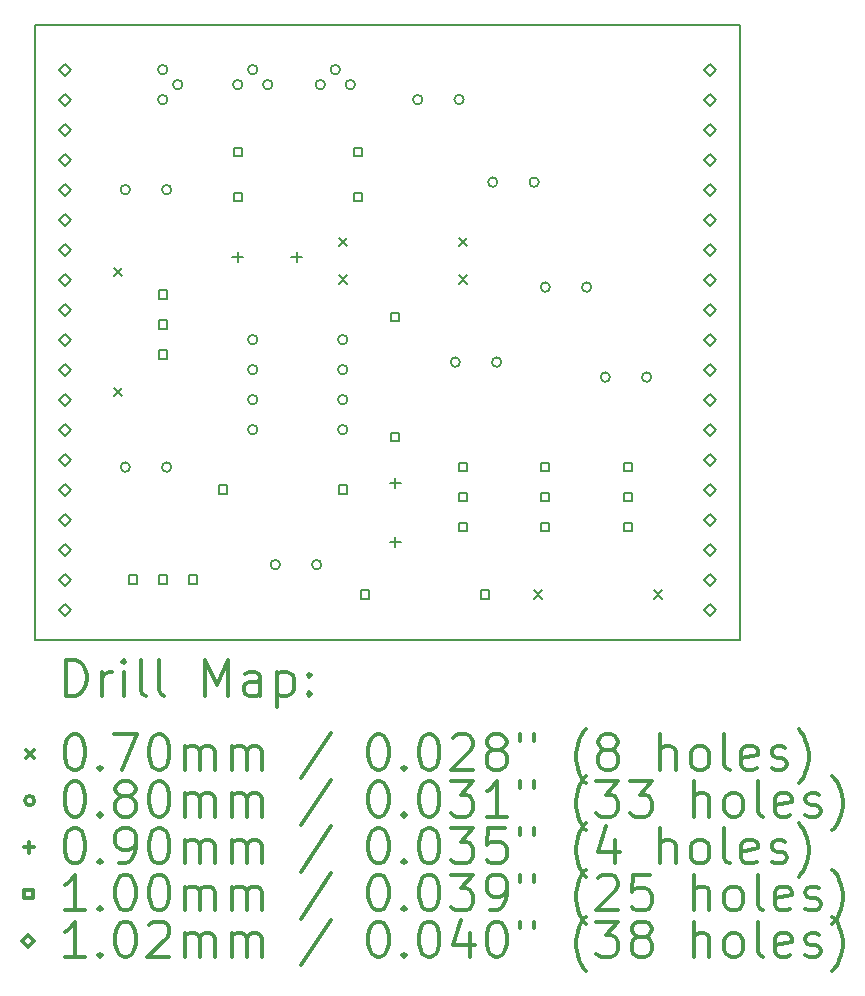
<source format=gbr>
%FSLAX45Y45*%
G04 Gerber Fmt 4.5, Leading zero omitted, Abs format (unit mm)*
G04 Created by KiCad (PCBNEW 4.0.3+e1-6302~38~ubuntu16.04.1-stable) date Thu Aug 25 12:36:26 2016*
%MOMM*%
%LPD*%
G01*
G04 APERTURE LIST*
%ADD10C,0.127000*%
%ADD11C,0.150000*%
%ADD12C,0.200000*%
%ADD13C,0.300000*%
G04 APERTURE END LIST*
D10*
D11*
X9017000Y-4064000D02*
X3048000Y-4064000D01*
X9017000Y-9271000D02*
X9017000Y-4064000D01*
X3048000Y-9271000D02*
X9017000Y-9271000D01*
X3048000Y-4064000D02*
X3048000Y-9271000D01*
D12*
X3711702Y-6124500D02*
X3781806Y-6194604D01*
X3781806Y-6124500D02*
X3711702Y-6194604D01*
X3711702Y-7140500D02*
X3781806Y-7210604D01*
X3781806Y-7140500D02*
X3711702Y-7210604D01*
X5616500Y-5870194D02*
X5686604Y-5940298D01*
X5686604Y-5870194D02*
X5616500Y-5940298D01*
X5616500Y-6187694D02*
X5686604Y-6257798D01*
X5686604Y-6187694D02*
X5616500Y-6257798D01*
X6632500Y-5870194D02*
X6702604Y-5940298D01*
X6702604Y-5870194D02*
X6632500Y-5940298D01*
X6632500Y-6187694D02*
X6702604Y-6257798D01*
X6702604Y-6187694D02*
X6632500Y-6257798D01*
X7267500Y-8854694D02*
X7337604Y-8924798D01*
X7337604Y-8854694D02*
X7267500Y-8924798D01*
X8283500Y-8854694D02*
X8353604Y-8924798D01*
X8353604Y-8854694D02*
X8283500Y-8924798D01*
X3850000Y-5461000D02*
G75*
G03X3850000Y-5461000I-40000J0D01*
G01*
X3850000Y-7810500D02*
G75*
G03X3850000Y-7810500I-40000J0D01*
G01*
X4167500Y-4445000D02*
G75*
G03X4167500Y-4445000I-40000J0D01*
G01*
X4167500Y-4699000D02*
G75*
G03X4167500Y-4699000I-40000J0D01*
G01*
X4200000Y-5461000D02*
G75*
G03X4200000Y-5461000I-40000J0D01*
G01*
X4200000Y-7810500D02*
G75*
G03X4200000Y-7810500I-40000J0D01*
G01*
X4294500Y-4572000D02*
G75*
G03X4294500Y-4572000I-40000J0D01*
G01*
X4802500Y-4572000D02*
G75*
G03X4802500Y-4572000I-40000J0D01*
G01*
X4929500Y-4445000D02*
G75*
G03X4929500Y-4445000I-40000J0D01*
G01*
X4929500Y-6731000D02*
G75*
G03X4929500Y-6731000I-40000J0D01*
G01*
X4929500Y-6985000D02*
G75*
G03X4929500Y-6985000I-40000J0D01*
G01*
X4929500Y-7239000D02*
G75*
G03X4929500Y-7239000I-40000J0D01*
G01*
X4929500Y-7493000D02*
G75*
G03X4929500Y-7493000I-40000J0D01*
G01*
X5056500Y-4572000D02*
G75*
G03X5056500Y-4572000I-40000J0D01*
G01*
X5120000Y-8636000D02*
G75*
G03X5120000Y-8636000I-40000J0D01*
G01*
X5470000Y-8636000D02*
G75*
G03X5470000Y-8636000I-40000J0D01*
G01*
X5501000Y-4572000D02*
G75*
G03X5501000Y-4572000I-40000J0D01*
G01*
X5628000Y-4445000D02*
G75*
G03X5628000Y-4445000I-40000J0D01*
G01*
X5691500Y-6731000D02*
G75*
G03X5691500Y-6731000I-40000J0D01*
G01*
X5691500Y-6985000D02*
G75*
G03X5691500Y-6985000I-40000J0D01*
G01*
X5691500Y-7239000D02*
G75*
G03X5691500Y-7239000I-40000J0D01*
G01*
X5691500Y-7493000D02*
G75*
G03X5691500Y-7493000I-40000J0D01*
G01*
X5755000Y-4572000D02*
G75*
G03X5755000Y-4572000I-40000J0D01*
G01*
X6326500Y-4699000D02*
G75*
G03X6326500Y-4699000I-40000J0D01*
G01*
X6644000Y-6921500D02*
G75*
G03X6644000Y-6921500I-40000J0D01*
G01*
X6676500Y-4699000D02*
G75*
G03X6676500Y-4699000I-40000J0D01*
G01*
X6961500Y-5397500D02*
G75*
G03X6961500Y-5397500I-40000J0D01*
G01*
X6994000Y-6921500D02*
G75*
G03X6994000Y-6921500I-40000J0D01*
G01*
X7311500Y-5397500D02*
G75*
G03X7311500Y-5397500I-40000J0D01*
G01*
X7406000Y-6286500D02*
G75*
G03X7406000Y-6286500I-40000J0D01*
G01*
X7756000Y-6286500D02*
G75*
G03X7756000Y-6286500I-40000J0D01*
G01*
X7914000Y-7048500D02*
G75*
G03X7914000Y-7048500I-40000J0D01*
G01*
X8264000Y-7048500D02*
G75*
G03X8264000Y-7048500I-40000J0D01*
G01*
X4762500Y-5987500D02*
X4762500Y-6077500D01*
X4717500Y-6032500D02*
X4807500Y-6032500D01*
X5262500Y-5987500D02*
X5262500Y-6077500D01*
X5217500Y-6032500D02*
X5307500Y-6032500D01*
X6096000Y-7900500D02*
X6096000Y-7990500D01*
X6051000Y-7945500D02*
X6141000Y-7945500D01*
X6096000Y-8400500D02*
X6096000Y-8490500D01*
X6051000Y-8445500D02*
X6141000Y-8445500D01*
X3908882Y-8798383D02*
X3908882Y-8727618D01*
X3838117Y-8727618D01*
X3838117Y-8798383D01*
X3908882Y-8798383D01*
X4162882Y-6385382D02*
X4162882Y-6314617D01*
X4092117Y-6314617D01*
X4092117Y-6385382D01*
X4162882Y-6385382D01*
X4162882Y-6639382D02*
X4162882Y-6568617D01*
X4092117Y-6568617D01*
X4092117Y-6639382D01*
X4162882Y-6639382D01*
X4162882Y-6893382D02*
X4162882Y-6822617D01*
X4092117Y-6822617D01*
X4092117Y-6893382D01*
X4162882Y-6893382D01*
X4162882Y-8798383D02*
X4162882Y-8727618D01*
X4092117Y-8727618D01*
X4092117Y-8798383D01*
X4162882Y-8798383D01*
X4416883Y-8798383D02*
X4416883Y-8727618D01*
X4346118Y-8727618D01*
X4346118Y-8798383D01*
X4416883Y-8798383D01*
X4670883Y-8036382D02*
X4670883Y-7965617D01*
X4600118Y-7965617D01*
X4600118Y-8036382D01*
X4670883Y-8036382D01*
X4797883Y-5178883D02*
X4797883Y-5108118D01*
X4727118Y-5108118D01*
X4727118Y-5178883D01*
X4797883Y-5178883D01*
X4797883Y-5559883D02*
X4797883Y-5489118D01*
X4727118Y-5489118D01*
X4727118Y-5559883D01*
X4797883Y-5559883D01*
X5686882Y-8036382D02*
X5686882Y-7965617D01*
X5616117Y-7965617D01*
X5616117Y-8036382D01*
X5686882Y-8036382D01*
X5813882Y-5178883D02*
X5813882Y-5108118D01*
X5743117Y-5108118D01*
X5743117Y-5178883D01*
X5813882Y-5178883D01*
X5813882Y-5559883D02*
X5813882Y-5489118D01*
X5743117Y-5489118D01*
X5743117Y-5559883D01*
X5813882Y-5559883D01*
X5877382Y-8925383D02*
X5877382Y-8854618D01*
X5806617Y-8854618D01*
X5806617Y-8925383D01*
X5877382Y-8925383D01*
X6131382Y-6575882D02*
X6131382Y-6505117D01*
X6060617Y-6505117D01*
X6060617Y-6575882D01*
X6131382Y-6575882D01*
X6131382Y-7591882D02*
X6131382Y-7521117D01*
X6060617Y-7521117D01*
X6060617Y-7591882D01*
X6131382Y-7591882D01*
X6702882Y-7845882D02*
X6702882Y-7775117D01*
X6632117Y-7775117D01*
X6632117Y-7845882D01*
X6702882Y-7845882D01*
X6702882Y-8099882D02*
X6702882Y-8029117D01*
X6632117Y-8029117D01*
X6632117Y-8099882D01*
X6702882Y-8099882D01*
X6702882Y-8353882D02*
X6702882Y-8283117D01*
X6632117Y-8283117D01*
X6632117Y-8353882D01*
X6702882Y-8353882D01*
X6893382Y-8925383D02*
X6893382Y-8854618D01*
X6822617Y-8854618D01*
X6822617Y-8925383D01*
X6893382Y-8925383D01*
X7401382Y-7845882D02*
X7401382Y-7775117D01*
X7330617Y-7775117D01*
X7330617Y-7845882D01*
X7401382Y-7845882D01*
X7401382Y-8099882D02*
X7401382Y-8029117D01*
X7330617Y-8029117D01*
X7330617Y-8099882D01*
X7401382Y-8099882D01*
X7401382Y-8353882D02*
X7401382Y-8283117D01*
X7330617Y-8283117D01*
X7330617Y-8353882D01*
X7401382Y-8353882D01*
X8099882Y-7845882D02*
X8099882Y-7775117D01*
X8029117Y-7775117D01*
X8029117Y-7845882D01*
X8099882Y-7845882D01*
X8099882Y-8099882D02*
X8099882Y-8029117D01*
X8029117Y-8029117D01*
X8029117Y-8099882D01*
X8099882Y-8099882D01*
X8099882Y-8353882D02*
X8099882Y-8283117D01*
X8029117Y-8283117D01*
X8029117Y-8353882D01*
X8099882Y-8353882D01*
X3302000Y-4495800D02*
X3352800Y-4445000D01*
X3302000Y-4394200D01*
X3251200Y-4445000D01*
X3302000Y-4495800D01*
X3302000Y-4749800D02*
X3352800Y-4699000D01*
X3302000Y-4648200D01*
X3251200Y-4699000D01*
X3302000Y-4749800D01*
X3302000Y-5003800D02*
X3352800Y-4953000D01*
X3302000Y-4902200D01*
X3251200Y-4953000D01*
X3302000Y-5003800D01*
X3302000Y-5257800D02*
X3352800Y-5207000D01*
X3302000Y-5156200D01*
X3251200Y-5207000D01*
X3302000Y-5257800D01*
X3302000Y-5511800D02*
X3352800Y-5461000D01*
X3302000Y-5410200D01*
X3251200Y-5461000D01*
X3302000Y-5511800D01*
X3302000Y-5765800D02*
X3352800Y-5715000D01*
X3302000Y-5664200D01*
X3251200Y-5715000D01*
X3302000Y-5765800D01*
X3302000Y-6019800D02*
X3352800Y-5969000D01*
X3302000Y-5918200D01*
X3251200Y-5969000D01*
X3302000Y-6019800D01*
X3302000Y-6273800D02*
X3352800Y-6223000D01*
X3302000Y-6172200D01*
X3251200Y-6223000D01*
X3302000Y-6273800D01*
X3302000Y-6527800D02*
X3352800Y-6477000D01*
X3302000Y-6426200D01*
X3251200Y-6477000D01*
X3302000Y-6527800D01*
X3302000Y-6781800D02*
X3352800Y-6731000D01*
X3302000Y-6680200D01*
X3251200Y-6731000D01*
X3302000Y-6781800D01*
X3302000Y-7035800D02*
X3352800Y-6985000D01*
X3302000Y-6934200D01*
X3251200Y-6985000D01*
X3302000Y-7035800D01*
X3302000Y-7289800D02*
X3352800Y-7239000D01*
X3302000Y-7188200D01*
X3251200Y-7239000D01*
X3302000Y-7289800D01*
X3302000Y-7543800D02*
X3352800Y-7493000D01*
X3302000Y-7442200D01*
X3251200Y-7493000D01*
X3302000Y-7543800D01*
X3302000Y-7797800D02*
X3352800Y-7747000D01*
X3302000Y-7696200D01*
X3251200Y-7747000D01*
X3302000Y-7797800D01*
X3302000Y-8051800D02*
X3352800Y-8001000D01*
X3302000Y-7950200D01*
X3251200Y-8001000D01*
X3302000Y-8051800D01*
X3302000Y-8305800D02*
X3352800Y-8255000D01*
X3302000Y-8204200D01*
X3251200Y-8255000D01*
X3302000Y-8305800D01*
X3302000Y-8559800D02*
X3352800Y-8509000D01*
X3302000Y-8458200D01*
X3251200Y-8509000D01*
X3302000Y-8559800D01*
X3302000Y-8813800D02*
X3352800Y-8763000D01*
X3302000Y-8712200D01*
X3251200Y-8763000D01*
X3302000Y-8813800D01*
X3302000Y-9067800D02*
X3352800Y-9017000D01*
X3302000Y-8966200D01*
X3251200Y-9017000D01*
X3302000Y-9067800D01*
X8763000Y-4495800D02*
X8813800Y-4445000D01*
X8763000Y-4394200D01*
X8712200Y-4445000D01*
X8763000Y-4495800D01*
X8763000Y-4749800D02*
X8813800Y-4699000D01*
X8763000Y-4648200D01*
X8712200Y-4699000D01*
X8763000Y-4749800D01*
X8763000Y-5003800D02*
X8813800Y-4953000D01*
X8763000Y-4902200D01*
X8712200Y-4953000D01*
X8763000Y-5003800D01*
X8763000Y-5257800D02*
X8813800Y-5207000D01*
X8763000Y-5156200D01*
X8712200Y-5207000D01*
X8763000Y-5257800D01*
X8763000Y-5511800D02*
X8813800Y-5461000D01*
X8763000Y-5410200D01*
X8712200Y-5461000D01*
X8763000Y-5511800D01*
X8763000Y-5765800D02*
X8813800Y-5715000D01*
X8763000Y-5664200D01*
X8712200Y-5715000D01*
X8763000Y-5765800D01*
X8763000Y-6019800D02*
X8813800Y-5969000D01*
X8763000Y-5918200D01*
X8712200Y-5969000D01*
X8763000Y-6019800D01*
X8763000Y-6273800D02*
X8813800Y-6223000D01*
X8763000Y-6172200D01*
X8712200Y-6223000D01*
X8763000Y-6273800D01*
X8763000Y-6527800D02*
X8813800Y-6477000D01*
X8763000Y-6426200D01*
X8712200Y-6477000D01*
X8763000Y-6527800D01*
X8763000Y-6781800D02*
X8813800Y-6731000D01*
X8763000Y-6680200D01*
X8712200Y-6731000D01*
X8763000Y-6781800D01*
X8763000Y-7035800D02*
X8813800Y-6985000D01*
X8763000Y-6934200D01*
X8712200Y-6985000D01*
X8763000Y-7035800D01*
X8763000Y-7289800D02*
X8813800Y-7239000D01*
X8763000Y-7188200D01*
X8712200Y-7239000D01*
X8763000Y-7289800D01*
X8763000Y-7543800D02*
X8813800Y-7493000D01*
X8763000Y-7442200D01*
X8712200Y-7493000D01*
X8763000Y-7543800D01*
X8763000Y-7797800D02*
X8813800Y-7747000D01*
X8763000Y-7696200D01*
X8712200Y-7747000D01*
X8763000Y-7797800D01*
X8763000Y-8051800D02*
X8813800Y-8001000D01*
X8763000Y-7950200D01*
X8712200Y-8001000D01*
X8763000Y-8051800D01*
X8763000Y-8305800D02*
X8813800Y-8255000D01*
X8763000Y-8204200D01*
X8712200Y-8255000D01*
X8763000Y-8305800D01*
X8763000Y-8559800D02*
X8813800Y-8509000D01*
X8763000Y-8458200D01*
X8712200Y-8509000D01*
X8763000Y-8559800D01*
X8763000Y-8813800D02*
X8813800Y-8763000D01*
X8763000Y-8712200D01*
X8712200Y-8763000D01*
X8763000Y-8813800D01*
X8763000Y-9067800D02*
X8813800Y-9017000D01*
X8763000Y-8966200D01*
X8712200Y-9017000D01*
X8763000Y-9067800D01*
D13*
X3311928Y-9744214D02*
X3311928Y-9444214D01*
X3383357Y-9444214D01*
X3426214Y-9458500D01*
X3454786Y-9487072D01*
X3469071Y-9515643D01*
X3483357Y-9572786D01*
X3483357Y-9615643D01*
X3469071Y-9672786D01*
X3454786Y-9701357D01*
X3426214Y-9729929D01*
X3383357Y-9744214D01*
X3311928Y-9744214D01*
X3611928Y-9744214D02*
X3611928Y-9544214D01*
X3611928Y-9601357D02*
X3626214Y-9572786D01*
X3640500Y-9558500D01*
X3669071Y-9544214D01*
X3697643Y-9544214D01*
X3797643Y-9744214D02*
X3797643Y-9544214D01*
X3797643Y-9444214D02*
X3783357Y-9458500D01*
X3797643Y-9472786D01*
X3811928Y-9458500D01*
X3797643Y-9444214D01*
X3797643Y-9472786D01*
X3983357Y-9744214D02*
X3954786Y-9729929D01*
X3940500Y-9701357D01*
X3940500Y-9444214D01*
X4140500Y-9744214D02*
X4111928Y-9729929D01*
X4097643Y-9701357D01*
X4097643Y-9444214D01*
X4483357Y-9744214D02*
X4483357Y-9444214D01*
X4583357Y-9658500D01*
X4683357Y-9444214D01*
X4683357Y-9744214D01*
X4954786Y-9744214D02*
X4954786Y-9587072D01*
X4940500Y-9558500D01*
X4911929Y-9544214D01*
X4854786Y-9544214D01*
X4826214Y-9558500D01*
X4954786Y-9729929D02*
X4926214Y-9744214D01*
X4854786Y-9744214D01*
X4826214Y-9729929D01*
X4811929Y-9701357D01*
X4811929Y-9672786D01*
X4826214Y-9644214D01*
X4854786Y-9629929D01*
X4926214Y-9629929D01*
X4954786Y-9615643D01*
X5097643Y-9544214D02*
X5097643Y-9844214D01*
X5097643Y-9558500D02*
X5126214Y-9544214D01*
X5183357Y-9544214D01*
X5211929Y-9558500D01*
X5226214Y-9572786D01*
X5240500Y-9601357D01*
X5240500Y-9687072D01*
X5226214Y-9715643D01*
X5211929Y-9729929D01*
X5183357Y-9744214D01*
X5126214Y-9744214D01*
X5097643Y-9729929D01*
X5369071Y-9715643D02*
X5383357Y-9729929D01*
X5369071Y-9744214D01*
X5354786Y-9729929D01*
X5369071Y-9715643D01*
X5369071Y-9744214D01*
X5369071Y-9558500D02*
X5383357Y-9572786D01*
X5369071Y-9587072D01*
X5354786Y-9572786D01*
X5369071Y-9558500D01*
X5369071Y-9587072D01*
X2970396Y-10203448D02*
X3040500Y-10273552D01*
X3040500Y-10203448D02*
X2970396Y-10273552D01*
X3369071Y-10074214D02*
X3397643Y-10074214D01*
X3426214Y-10088500D01*
X3440500Y-10102786D01*
X3454786Y-10131357D01*
X3469071Y-10188500D01*
X3469071Y-10259929D01*
X3454786Y-10317072D01*
X3440500Y-10345643D01*
X3426214Y-10359929D01*
X3397643Y-10374214D01*
X3369071Y-10374214D01*
X3340500Y-10359929D01*
X3326214Y-10345643D01*
X3311928Y-10317072D01*
X3297643Y-10259929D01*
X3297643Y-10188500D01*
X3311928Y-10131357D01*
X3326214Y-10102786D01*
X3340500Y-10088500D01*
X3369071Y-10074214D01*
X3597643Y-10345643D02*
X3611928Y-10359929D01*
X3597643Y-10374214D01*
X3583357Y-10359929D01*
X3597643Y-10345643D01*
X3597643Y-10374214D01*
X3711928Y-10074214D02*
X3911928Y-10074214D01*
X3783357Y-10374214D01*
X4083357Y-10074214D02*
X4111928Y-10074214D01*
X4140500Y-10088500D01*
X4154786Y-10102786D01*
X4169071Y-10131357D01*
X4183357Y-10188500D01*
X4183357Y-10259929D01*
X4169071Y-10317072D01*
X4154786Y-10345643D01*
X4140500Y-10359929D01*
X4111928Y-10374214D01*
X4083357Y-10374214D01*
X4054786Y-10359929D01*
X4040500Y-10345643D01*
X4026214Y-10317072D01*
X4011928Y-10259929D01*
X4011928Y-10188500D01*
X4026214Y-10131357D01*
X4040500Y-10102786D01*
X4054786Y-10088500D01*
X4083357Y-10074214D01*
X4311929Y-10374214D02*
X4311929Y-10174214D01*
X4311929Y-10202786D02*
X4326214Y-10188500D01*
X4354786Y-10174214D01*
X4397643Y-10174214D01*
X4426214Y-10188500D01*
X4440500Y-10217072D01*
X4440500Y-10374214D01*
X4440500Y-10217072D02*
X4454786Y-10188500D01*
X4483357Y-10174214D01*
X4526214Y-10174214D01*
X4554786Y-10188500D01*
X4569071Y-10217072D01*
X4569071Y-10374214D01*
X4711929Y-10374214D02*
X4711929Y-10174214D01*
X4711929Y-10202786D02*
X4726214Y-10188500D01*
X4754786Y-10174214D01*
X4797643Y-10174214D01*
X4826214Y-10188500D01*
X4840500Y-10217072D01*
X4840500Y-10374214D01*
X4840500Y-10217072D02*
X4854786Y-10188500D01*
X4883357Y-10174214D01*
X4926214Y-10174214D01*
X4954786Y-10188500D01*
X4969071Y-10217072D01*
X4969071Y-10374214D01*
X5554786Y-10059929D02*
X5297643Y-10445643D01*
X5940500Y-10074214D02*
X5969071Y-10074214D01*
X5997643Y-10088500D01*
X6011928Y-10102786D01*
X6026214Y-10131357D01*
X6040500Y-10188500D01*
X6040500Y-10259929D01*
X6026214Y-10317072D01*
X6011928Y-10345643D01*
X5997643Y-10359929D01*
X5969071Y-10374214D01*
X5940500Y-10374214D01*
X5911928Y-10359929D01*
X5897643Y-10345643D01*
X5883357Y-10317072D01*
X5869071Y-10259929D01*
X5869071Y-10188500D01*
X5883357Y-10131357D01*
X5897643Y-10102786D01*
X5911928Y-10088500D01*
X5940500Y-10074214D01*
X6169071Y-10345643D02*
X6183357Y-10359929D01*
X6169071Y-10374214D01*
X6154786Y-10359929D01*
X6169071Y-10345643D01*
X6169071Y-10374214D01*
X6369071Y-10074214D02*
X6397643Y-10074214D01*
X6426214Y-10088500D01*
X6440500Y-10102786D01*
X6454785Y-10131357D01*
X6469071Y-10188500D01*
X6469071Y-10259929D01*
X6454785Y-10317072D01*
X6440500Y-10345643D01*
X6426214Y-10359929D01*
X6397643Y-10374214D01*
X6369071Y-10374214D01*
X6340500Y-10359929D01*
X6326214Y-10345643D01*
X6311928Y-10317072D01*
X6297643Y-10259929D01*
X6297643Y-10188500D01*
X6311928Y-10131357D01*
X6326214Y-10102786D01*
X6340500Y-10088500D01*
X6369071Y-10074214D01*
X6583357Y-10102786D02*
X6597643Y-10088500D01*
X6626214Y-10074214D01*
X6697643Y-10074214D01*
X6726214Y-10088500D01*
X6740500Y-10102786D01*
X6754785Y-10131357D01*
X6754785Y-10159929D01*
X6740500Y-10202786D01*
X6569071Y-10374214D01*
X6754785Y-10374214D01*
X6926214Y-10202786D02*
X6897643Y-10188500D01*
X6883357Y-10174214D01*
X6869071Y-10145643D01*
X6869071Y-10131357D01*
X6883357Y-10102786D01*
X6897643Y-10088500D01*
X6926214Y-10074214D01*
X6983357Y-10074214D01*
X7011928Y-10088500D01*
X7026214Y-10102786D01*
X7040500Y-10131357D01*
X7040500Y-10145643D01*
X7026214Y-10174214D01*
X7011928Y-10188500D01*
X6983357Y-10202786D01*
X6926214Y-10202786D01*
X6897643Y-10217072D01*
X6883357Y-10231357D01*
X6869071Y-10259929D01*
X6869071Y-10317072D01*
X6883357Y-10345643D01*
X6897643Y-10359929D01*
X6926214Y-10374214D01*
X6983357Y-10374214D01*
X7011928Y-10359929D01*
X7026214Y-10345643D01*
X7040500Y-10317072D01*
X7040500Y-10259929D01*
X7026214Y-10231357D01*
X7011928Y-10217072D01*
X6983357Y-10202786D01*
X7154786Y-10074214D02*
X7154786Y-10131357D01*
X7269071Y-10074214D02*
X7269071Y-10131357D01*
X7711928Y-10488500D02*
X7697643Y-10474214D01*
X7669071Y-10431357D01*
X7654785Y-10402786D01*
X7640500Y-10359929D01*
X7626214Y-10288500D01*
X7626214Y-10231357D01*
X7640500Y-10159929D01*
X7654785Y-10117072D01*
X7669071Y-10088500D01*
X7697643Y-10045643D01*
X7711928Y-10031357D01*
X7869071Y-10202786D02*
X7840500Y-10188500D01*
X7826214Y-10174214D01*
X7811928Y-10145643D01*
X7811928Y-10131357D01*
X7826214Y-10102786D01*
X7840500Y-10088500D01*
X7869071Y-10074214D01*
X7926214Y-10074214D01*
X7954785Y-10088500D01*
X7969071Y-10102786D01*
X7983357Y-10131357D01*
X7983357Y-10145643D01*
X7969071Y-10174214D01*
X7954785Y-10188500D01*
X7926214Y-10202786D01*
X7869071Y-10202786D01*
X7840500Y-10217072D01*
X7826214Y-10231357D01*
X7811928Y-10259929D01*
X7811928Y-10317072D01*
X7826214Y-10345643D01*
X7840500Y-10359929D01*
X7869071Y-10374214D01*
X7926214Y-10374214D01*
X7954785Y-10359929D01*
X7969071Y-10345643D01*
X7983357Y-10317072D01*
X7983357Y-10259929D01*
X7969071Y-10231357D01*
X7954785Y-10217072D01*
X7926214Y-10202786D01*
X8340500Y-10374214D02*
X8340500Y-10074214D01*
X8469071Y-10374214D02*
X8469071Y-10217072D01*
X8454786Y-10188500D01*
X8426214Y-10174214D01*
X8383357Y-10174214D01*
X8354785Y-10188500D01*
X8340500Y-10202786D01*
X8654786Y-10374214D02*
X8626214Y-10359929D01*
X8611928Y-10345643D01*
X8597643Y-10317072D01*
X8597643Y-10231357D01*
X8611928Y-10202786D01*
X8626214Y-10188500D01*
X8654786Y-10174214D01*
X8697643Y-10174214D01*
X8726214Y-10188500D01*
X8740500Y-10202786D01*
X8754786Y-10231357D01*
X8754786Y-10317072D01*
X8740500Y-10345643D01*
X8726214Y-10359929D01*
X8697643Y-10374214D01*
X8654786Y-10374214D01*
X8926214Y-10374214D02*
X8897643Y-10359929D01*
X8883357Y-10331357D01*
X8883357Y-10074214D01*
X9154786Y-10359929D02*
X9126214Y-10374214D01*
X9069071Y-10374214D01*
X9040500Y-10359929D01*
X9026214Y-10331357D01*
X9026214Y-10217072D01*
X9040500Y-10188500D01*
X9069071Y-10174214D01*
X9126214Y-10174214D01*
X9154786Y-10188500D01*
X9169071Y-10217072D01*
X9169071Y-10245643D01*
X9026214Y-10274214D01*
X9283357Y-10359929D02*
X9311929Y-10374214D01*
X9369071Y-10374214D01*
X9397643Y-10359929D01*
X9411929Y-10331357D01*
X9411929Y-10317072D01*
X9397643Y-10288500D01*
X9369071Y-10274214D01*
X9326214Y-10274214D01*
X9297643Y-10259929D01*
X9283357Y-10231357D01*
X9283357Y-10217072D01*
X9297643Y-10188500D01*
X9326214Y-10174214D01*
X9369071Y-10174214D01*
X9397643Y-10188500D01*
X9511928Y-10488500D02*
X9526214Y-10474214D01*
X9554786Y-10431357D01*
X9569071Y-10402786D01*
X9583357Y-10359929D01*
X9597643Y-10288500D01*
X9597643Y-10231357D01*
X9583357Y-10159929D01*
X9569071Y-10117072D01*
X9554786Y-10088500D01*
X9526214Y-10045643D01*
X9511928Y-10031357D01*
X3040500Y-10634500D02*
G75*
G03X3040500Y-10634500I-40000J0D01*
G01*
X3369071Y-10470214D02*
X3397643Y-10470214D01*
X3426214Y-10484500D01*
X3440500Y-10498786D01*
X3454786Y-10527357D01*
X3469071Y-10584500D01*
X3469071Y-10655929D01*
X3454786Y-10713072D01*
X3440500Y-10741643D01*
X3426214Y-10755929D01*
X3397643Y-10770214D01*
X3369071Y-10770214D01*
X3340500Y-10755929D01*
X3326214Y-10741643D01*
X3311928Y-10713072D01*
X3297643Y-10655929D01*
X3297643Y-10584500D01*
X3311928Y-10527357D01*
X3326214Y-10498786D01*
X3340500Y-10484500D01*
X3369071Y-10470214D01*
X3597643Y-10741643D02*
X3611928Y-10755929D01*
X3597643Y-10770214D01*
X3583357Y-10755929D01*
X3597643Y-10741643D01*
X3597643Y-10770214D01*
X3783357Y-10598786D02*
X3754786Y-10584500D01*
X3740500Y-10570214D01*
X3726214Y-10541643D01*
X3726214Y-10527357D01*
X3740500Y-10498786D01*
X3754786Y-10484500D01*
X3783357Y-10470214D01*
X3840500Y-10470214D01*
X3869071Y-10484500D01*
X3883357Y-10498786D01*
X3897643Y-10527357D01*
X3897643Y-10541643D01*
X3883357Y-10570214D01*
X3869071Y-10584500D01*
X3840500Y-10598786D01*
X3783357Y-10598786D01*
X3754786Y-10613072D01*
X3740500Y-10627357D01*
X3726214Y-10655929D01*
X3726214Y-10713072D01*
X3740500Y-10741643D01*
X3754786Y-10755929D01*
X3783357Y-10770214D01*
X3840500Y-10770214D01*
X3869071Y-10755929D01*
X3883357Y-10741643D01*
X3897643Y-10713072D01*
X3897643Y-10655929D01*
X3883357Y-10627357D01*
X3869071Y-10613072D01*
X3840500Y-10598786D01*
X4083357Y-10470214D02*
X4111928Y-10470214D01*
X4140500Y-10484500D01*
X4154786Y-10498786D01*
X4169071Y-10527357D01*
X4183357Y-10584500D01*
X4183357Y-10655929D01*
X4169071Y-10713072D01*
X4154786Y-10741643D01*
X4140500Y-10755929D01*
X4111928Y-10770214D01*
X4083357Y-10770214D01*
X4054786Y-10755929D01*
X4040500Y-10741643D01*
X4026214Y-10713072D01*
X4011928Y-10655929D01*
X4011928Y-10584500D01*
X4026214Y-10527357D01*
X4040500Y-10498786D01*
X4054786Y-10484500D01*
X4083357Y-10470214D01*
X4311929Y-10770214D02*
X4311929Y-10570214D01*
X4311929Y-10598786D02*
X4326214Y-10584500D01*
X4354786Y-10570214D01*
X4397643Y-10570214D01*
X4426214Y-10584500D01*
X4440500Y-10613072D01*
X4440500Y-10770214D01*
X4440500Y-10613072D02*
X4454786Y-10584500D01*
X4483357Y-10570214D01*
X4526214Y-10570214D01*
X4554786Y-10584500D01*
X4569071Y-10613072D01*
X4569071Y-10770214D01*
X4711929Y-10770214D02*
X4711929Y-10570214D01*
X4711929Y-10598786D02*
X4726214Y-10584500D01*
X4754786Y-10570214D01*
X4797643Y-10570214D01*
X4826214Y-10584500D01*
X4840500Y-10613072D01*
X4840500Y-10770214D01*
X4840500Y-10613072D02*
X4854786Y-10584500D01*
X4883357Y-10570214D01*
X4926214Y-10570214D01*
X4954786Y-10584500D01*
X4969071Y-10613072D01*
X4969071Y-10770214D01*
X5554786Y-10455929D02*
X5297643Y-10841643D01*
X5940500Y-10470214D02*
X5969071Y-10470214D01*
X5997643Y-10484500D01*
X6011928Y-10498786D01*
X6026214Y-10527357D01*
X6040500Y-10584500D01*
X6040500Y-10655929D01*
X6026214Y-10713072D01*
X6011928Y-10741643D01*
X5997643Y-10755929D01*
X5969071Y-10770214D01*
X5940500Y-10770214D01*
X5911928Y-10755929D01*
X5897643Y-10741643D01*
X5883357Y-10713072D01*
X5869071Y-10655929D01*
X5869071Y-10584500D01*
X5883357Y-10527357D01*
X5897643Y-10498786D01*
X5911928Y-10484500D01*
X5940500Y-10470214D01*
X6169071Y-10741643D02*
X6183357Y-10755929D01*
X6169071Y-10770214D01*
X6154786Y-10755929D01*
X6169071Y-10741643D01*
X6169071Y-10770214D01*
X6369071Y-10470214D02*
X6397643Y-10470214D01*
X6426214Y-10484500D01*
X6440500Y-10498786D01*
X6454785Y-10527357D01*
X6469071Y-10584500D01*
X6469071Y-10655929D01*
X6454785Y-10713072D01*
X6440500Y-10741643D01*
X6426214Y-10755929D01*
X6397643Y-10770214D01*
X6369071Y-10770214D01*
X6340500Y-10755929D01*
X6326214Y-10741643D01*
X6311928Y-10713072D01*
X6297643Y-10655929D01*
X6297643Y-10584500D01*
X6311928Y-10527357D01*
X6326214Y-10498786D01*
X6340500Y-10484500D01*
X6369071Y-10470214D01*
X6569071Y-10470214D02*
X6754785Y-10470214D01*
X6654785Y-10584500D01*
X6697643Y-10584500D01*
X6726214Y-10598786D01*
X6740500Y-10613072D01*
X6754785Y-10641643D01*
X6754785Y-10713072D01*
X6740500Y-10741643D01*
X6726214Y-10755929D01*
X6697643Y-10770214D01*
X6611928Y-10770214D01*
X6583357Y-10755929D01*
X6569071Y-10741643D01*
X7040500Y-10770214D02*
X6869071Y-10770214D01*
X6954785Y-10770214D02*
X6954785Y-10470214D01*
X6926214Y-10513072D01*
X6897643Y-10541643D01*
X6869071Y-10555929D01*
X7154786Y-10470214D02*
X7154786Y-10527357D01*
X7269071Y-10470214D02*
X7269071Y-10527357D01*
X7711928Y-10884500D02*
X7697643Y-10870214D01*
X7669071Y-10827357D01*
X7654785Y-10798786D01*
X7640500Y-10755929D01*
X7626214Y-10684500D01*
X7626214Y-10627357D01*
X7640500Y-10555929D01*
X7654785Y-10513072D01*
X7669071Y-10484500D01*
X7697643Y-10441643D01*
X7711928Y-10427357D01*
X7797643Y-10470214D02*
X7983357Y-10470214D01*
X7883357Y-10584500D01*
X7926214Y-10584500D01*
X7954785Y-10598786D01*
X7969071Y-10613072D01*
X7983357Y-10641643D01*
X7983357Y-10713072D01*
X7969071Y-10741643D01*
X7954785Y-10755929D01*
X7926214Y-10770214D01*
X7840500Y-10770214D01*
X7811928Y-10755929D01*
X7797643Y-10741643D01*
X8083357Y-10470214D02*
X8269071Y-10470214D01*
X8169071Y-10584500D01*
X8211928Y-10584500D01*
X8240500Y-10598786D01*
X8254785Y-10613072D01*
X8269071Y-10641643D01*
X8269071Y-10713072D01*
X8254785Y-10741643D01*
X8240500Y-10755929D01*
X8211928Y-10770214D01*
X8126214Y-10770214D01*
X8097643Y-10755929D01*
X8083357Y-10741643D01*
X8626214Y-10770214D02*
X8626214Y-10470214D01*
X8754786Y-10770214D02*
X8754786Y-10613072D01*
X8740500Y-10584500D01*
X8711928Y-10570214D01*
X8669071Y-10570214D01*
X8640500Y-10584500D01*
X8626214Y-10598786D01*
X8940500Y-10770214D02*
X8911928Y-10755929D01*
X8897643Y-10741643D01*
X8883357Y-10713072D01*
X8883357Y-10627357D01*
X8897643Y-10598786D01*
X8911928Y-10584500D01*
X8940500Y-10570214D01*
X8983357Y-10570214D01*
X9011928Y-10584500D01*
X9026214Y-10598786D01*
X9040500Y-10627357D01*
X9040500Y-10713072D01*
X9026214Y-10741643D01*
X9011928Y-10755929D01*
X8983357Y-10770214D01*
X8940500Y-10770214D01*
X9211928Y-10770214D02*
X9183357Y-10755929D01*
X9169071Y-10727357D01*
X9169071Y-10470214D01*
X9440500Y-10755929D02*
X9411929Y-10770214D01*
X9354786Y-10770214D01*
X9326214Y-10755929D01*
X9311929Y-10727357D01*
X9311929Y-10613072D01*
X9326214Y-10584500D01*
X9354786Y-10570214D01*
X9411929Y-10570214D01*
X9440500Y-10584500D01*
X9454786Y-10613072D01*
X9454786Y-10641643D01*
X9311929Y-10670214D01*
X9569071Y-10755929D02*
X9597643Y-10770214D01*
X9654786Y-10770214D01*
X9683357Y-10755929D01*
X9697643Y-10727357D01*
X9697643Y-10713072D01*
X9683357Y-10684500D01*
X9654786Y-10670214D01*
X9611929Y-10670214D01*
X9583357Y-10655929D01*
X9569071Y-10627357D01*
X9569071Y-10613072D01*
X9583357Y-10584500D01*
X9611929Y-10570214D01*
X9654786Y-10570214D01*
X9683357Y-10584500D01*
X9797643Y-10884500D02*
X9811929Y-10870214D01*
X9840500Y-10827357D01*
X9854786Y-10798786D01*
X9869071Y-10755929D01*
X9883357Y-10684500D01*
X9883357Y-10627357D01*
X9869071Y-10555929D01*
X9854786Y-10513072D01*
X9840500Y-10484500D01*
X9811929Y-10441643D01*
X9797643Y-10427357D01*
X2995500Y-10985500D02*
X2995500Y-11075500D01*
X2950500Y-11030500D02*
X3040500Y-11030500D01*
X3369071Y-10866214D02*
X3397643Y-10866214D01*
X3426214Y-10880500D01*
X3440500Y-10894786D01*
X3454786Y-10923357D01*
X3469071Y-10980500D01*
X3469071Y-11051929D01*
X3454786Y-11109072D01*
X3440500Y-11137643D01*
X3426214Y-11151929D01*
X3397643Y-11166214D01*
X3369071Y-11166214D01*
X3340500Y-11151929D01*
X3326214Y-11137643D01*
X3311928Y-11109072D01*
X3297643Y-11051929D01*
X3297643Y-10980500D01*
X3311928Y-10923357D01*
X3326214Y-10894786D01*
X3340500Y-10880500D01*
X3369071Y-10866214D01*
X3597643Y-11137643D02*
X3611928Y-11151929D01*
X3597643Y-11166214D01*
X3583357Y-11151929D01*
X3597643Y-11137643D01*
X3597643Y-11166214D01*
X3754786Y-11166214D02*
X3811928Y-11166214D01*
X3840500Y-11151929D01*
X3854786Y-11137643D01*
X3883357Y-11094786D01*
X3897643Y-11037643D01*
X3897643Y-10923357D01*
X3883357Y-10894786D01*
X3869071Y-10880500D01*
X3840500Y-10866214D01*
X3783357Y-10866214D01*
X3754786Y-10880500D01*
X3740500Y-10894786D01*
X3726214Y-10923357D01*
X3726214Y-10994786D01*
X3740500Y-11023357D01*
X3754786Y-11037643D01*
X3783357Y-11051929D01*
X3840500Y-11051929D01*
X3869071Y-11037643D01*
X3883357Y-11023357D01*
X3897643Y-10994786D01*
X4083357Y-10866214D02*
X4111928Y-10866214D01*
X4140500Y-10880500D01*
X4154786Y-10894786D01*
X4169071Y-10923357D01*
X4183357Y-10980500D01*
X4183357Y-11051929D01*
X4169071Y-11109072D01*
X4154786Y-11137643D01*
X4140500Y-11151929D01*
X4111928Y-11166214D01*
X4083357Y-11166214D01*
X4054786Y-11151929D01*
X4040500Y-11137643D01*
X4026214Y-11109072D01*
X4011928Y-11051929D01*
X4011928Y-10980500D01*
X4026214Y-10923357D01*
X4040500Y-10894786D01*
X4054786Y-10880500D01*
X4083357Y-10866214D01*
X4311929Y-11166214D02*
X4311929Y-10966214D01*
X4311929Y-10994786D02*
X4326214Y-10980500D01*
X4354786Y-10966214D01*
X4397643Y-10966214D01*
X4426214Y-10980500D01*
X4440500Y-11009072D01*
X4440500Y-11166214D01*
X4440500Y-11009072D02*
X4454786Y-10980500D01*
X4483357Y-10966214D01*
X4526214Y-10966214D01*
X4554786Y-10980500D01*
X4569071Y-11009072D01*
X4569071Y-11166214D01*
X4711929Y-11166214D02*
X4711929Y-10966214D01*
X4711929Y-10994786D02*
X4726214Y-10980500D01*
X4754786Y-10966214D01*
X4797643Y-10966214D01*
X4826214Y-10980500D01*
X4840500Y-11009072D01*
X4840500Y-11166214D01*
X4840500Y-11009072D02*
X4854786Y-10980500D01*
X4883357Y-10966214D01*
X4926214Y-10966214D01*
X4954786Y-10980500D01*
X4969071Y-11009072D01*
X4969071Y-11166214D01*
X5554786Y-10851929D02*
X5297643Y-11237643D01*
X5940500Y-10866214D02*
X5969071Y-10866214D01*
X5997643Y-10880500D01*
X6011928Y-10894786D01*
X6026214Y-10923357D01*
X6040500Y-10980500D01*
X6040500Y-11051929D01*
X6026214Y-11109072D01*
X6011928Y-11137643D01*
X5997643Y-11151929D01*
X5969071Y-11166214D01*
X5940500Y-11166214D01*
X5911928Y-11151929D01*
X5897643Y-11137643D01*
X5883357Y-11109072D01*
X5869071Y-11051929D01*
X5869071Y-10980500D01*
X5883357Y-10923357D01*
X5897643Y-10894786D01*
X5911928Y-10880500D01*
X5940500Y-10866214D01*
X6169071Y-11137643D02*
X6183357Y-11151929D01*
X6169071Y-11166214D01*
X6154786Y-11151929D01*
X6169071Y-11137643D01*
X6169071Y-11166214D01*
X6369071Y-10866214D02*
X6397643Y-10866214D01*
X6426214Y-10880500D01*
X6440500Y-10894786D01*
X6454785Y-10923357D01*
X6469071Y-10980500D01*
X6469071Y-11051929D01*
X6454785Y-11109072D01*
X6440500Y-11137643D01*
X6426214Y-11151929D01*
X6397643Y-11166214D01*
X6369071Y-11166214D01*
X6340500Y-11151929D01*
X6326214Y-11137643D01*
X6311928Y-11109072D01*
X6297643Y-11051929D01*
X6297643Y-10980500D01*
X6311928Y-10923357D01*
X6326214Y-10894786D01*
X6340500Y-10880500D01*
X6369071Y-10866214D01*
X6569071Y-10866214D02*
X6754785Y-10866214D01*
X6654785Y-10980500D01*
X6697643Y-10980500D01*
X6726214Y-10994786D01*
X6740500Y-11009072D01*
X6754785Y-11037643D01*
X6754785Y-11109072D01*
X6740500Y-11137643D01*
X6726214Y-11151929D01*
X6697643Y-11166214D01*
X6611928Y-11166214D01*
X6583357Y-11151929D01*
X6569071Y-11137643D01*
X7026214Y-10866214D02*
X6883357Y-10866214D01*
X6869071Y-11009072D01*
X6883357Y-10994786D01*
X6911928Y-10980500D01*
X6983357Y-10980500D01*
X7011928Y-10994786D01*
X7026214Y-11009072D01*
X7040500Y-11037643D01*
X7040500Y-11109072D01*
X7026214Y-11137643D01*
X7011928Y-11151929D01*
X6983357Y-11166214D01*
X6911928Y-11166214D01*
X6883357Y-11151929D01*
X6869071Y-11137643D01*
X7154786Y-10866214D02*
X7154786Y-10923357D01*
X7269071Y-10866214D02*
X7269071Y-10923357D01*
X7711928Y-11280500D02*
X7697643Y-11266214D01*
X7669071Y-11223357D01*
X7654785Y-11194786D01*
X7640500Y-11151929D01*
X7626214Y-11080500D01*
X7626214Y-11023357D01*
X7640500Y-10951929D01*
X7654785Y-10909072D01*
X7669071Y-10880500D01*
X7697643Y-10837643D01*
X7711928Y-10823357D01*
X7954785Y-10966214D02*
X7954785Y-11166214D01*
X7883357Y-10851929D02*
X7811928Y-11066214D01*
X7997643Y-11066214D01*
X8340500Y-11166214D02*
X8340500Y-10866214D01*
X8469071Y-11166214D02*
X8469071Y-11009072D01*
X8454786Y-10980500D01*
X8426214Y-10966214D01*
X8383357Y-10966214D01*
X8354785Y-10980500D01*
X8340500Y-10994786D01*
X8654786Y-11166214D02*
X8626214Y-11151929D01*
X8611928Y-11137643D01*
X8597643Y-11109072D01*
X8597643Y-11023357D01*
X8611928Y-10994786D01*
X8626214Y-10980500D01*
X8654786Y-10966214D01*
X8697643Y-10966214D01*
X8726214Y-10980500D01*
X8740500Y-10994786D01*
X8754786Y-11023357D01*
X8754786Y-11109072D01*
X8740500Y-11137643D01*
X8726214Y-11151929D01*
X8697643Y-11166214D01*
X8654786Y-11166214D01*
X8926214Y-11166214D02*
X8897643Y-11151929D01*
X8883357Y-11123357D01*
X8883357Y-10866214D01*
X9154786Y-11151929D02*
X9126214Y-11166214D01*
X9069071Y-11166214D01*
X9040500Y-11151929D01*
X9026214Y-11123357D01*
X9026214Y-11009072D01*
X9040500Y-10980500D01*
X9069071Y-10966214D01*
X9126214Y-10966214D01*
X9154786Y-10980500D01*
X9169071Y-11009072D01*
X9169071Y-11037643D01*
X9026214Y-11066214D01*
X9283357Y-11151929D02*
X9311929Y-11166214D01*
X9369071Y-11166214D01*
X9397643Y-11151929D01*
X9411929Y-11123357D01*
X9411929Y-11109072D01*
X9397643Y-11080500D01*
X9369071Y-11066214D01*
X9326214Y-11066214D01*
X9297643Y-11051929D01*
X9283357Y-11023357D01*
X9283357Y-11009072D01*
X9297643Y-10980500D01*
X9326214Y-10966214D01*
X9369071Y-10966214D01*
X9397643Y-10980500D01*
X9511928Y-11280500D02*
X9526214Y-11266214D01*
X9554786Y-11223357D01*
X9569071Y-11194786D01*
X9583357Y-11151929D01*
X9597643Y-11080500D01*
X9597643Y-11023357D01*
X9583357Y-10951929D01*
X9569071Y-10909072D01*
X9554786Y-10880500D01*
X9526214Y-10837643D01*
X9511928Y-10823357D01*
X3025844Y-11461883D02*
X3025844Y-11391118D01*
X2955079Y-11391118D01*
X2955079Y-11461883D01*
X3025844Y-11461883D01*
X3469071Y-11562214D02*
X3297643Y-11562214D01*
X3383357Y-11562214D02*
X3383357Y-11262214D01*
X3354786Y-11305071D01*
X3326214Y-11333643D01*
X3297643Y-11347929D01*
X3597643Y-11533643D02*
X3611928Y-11547929D01*
X3597643Y-11562214D01*
X3583357Y-11547929D01*
X3597643Y-11533643D01*
X3597643Y-11562214D01*
X3797643Y-11262214D02*
X3826214Y-11262214D01*
X3854786Y-11276500D01*
X3869071Y-11290786D01*
X3883357Y-11319357D01*
X3897643Y-11376500D01*
X3897643Y-11447929D01*
X3883357Y-11505071D01*
X3869071Y-11533643D01*
X3854786Y-11547929D01*
X3826214Y-11562214D01*
X3797643Y-11562214D01*
X3769071Y-11547929D01*
X3754786Y-11533643D01*
X3740500Y-11505071D01*
X3726214Y-11447929D01*
X3726214Y-11376500D01*
X3740500Y-11319357D01*
X3754786Y-11290786D01*
X3769071Y-11276500D01*
X3797643Y-11262214D01*
X4083357Y-11262214D02*
X4111928Y-11262214D01*
X4140500Y-11276500D01*
X4154786Y-11290786D01*
X4169071Y-11319357D01*
X4183357Y-11376500D01*
X4183357Y-11447929D01*
X4169071Y-11505071D01*
X4154786Y-11533643D01*
X4140500Y-11547929D01*
X4111928Y-11562214D01*
X4083357Y-11562214D01*
X4054786Y-11547929D01*
X4040500Y-11533643D01*
X4026214Y-11505071D01*
X4011928Y-11447929D01*
X4011928Y-11376500D01*
X4026214Y-11319357D01*
X4040500Y-11290786D01*
X4054786Y-11276500D01*
X4083357Y-11262214D01*
X4311929Y-11562214D02*
X4311929Y-11362214D01*
X4311929Y-11390786D02*
X4326214Y-11376500D01*
X4354786Y-11362214D01*
X4397643Y-11362214D01*
X4426214Y-11376500D01*
X4440500Y-11405071D01*
X4440500Y-11562214D01*
X4440500Y-11405071D02*
X4454786Y-11376500D01*
X4483357Y-11362214D01*
X4526214Y-11362214D01*
X4554786Y-11376500D01*
X4569071Y-11405071D01*
X4569071Y-11562214D01*
X4711929Y-11562214D02*
X4711929Y-11362214D01*
X4711929Y-11390786D02*
X4726214Y-11376500D01*
X4754786Y-11362214D01*
X4797643Y-11362214D01*
X4826214Y-11376500D01*
X4840500Y-11405071D01*
X4840500Y-11562214D01*
X4840500Y-11405071D02*
X4854786Y-11376500D01*
X4883357Y-11362214D01*
X4926214Y-11362214D01*
X4954786Y-11376500D01*
X4969071Y-11405071D01*
X4969071Y-11562214D01*
X5554786Y-11247929D02*
X5297643Y-11633643D01*
X5940500Y-11262214D02*
X5969071Y-11262214D01*
X5997643Y-11276500D01*
X6011928Y-11290786D01*
X6026214Y-11319357D01*
X6040500Y-11376500D01*
X6040500Y-11447929D01*
X6026214Y-11505071D01*
X6011928Y-11533643D01*
X5997643Y-11547929D01*
X5969071Y-11562214D01*
X5940500Y-11562214D01*
X5911928Y-11547929D01*
X5897643Y-11533643D01*
X5883357Y-11505071D01*
X5869071Y-11447929D01*
X5869071Y-11376500D01*
X5883357Y-11319357D01*
X5897643Y-11290786D01*
X5911928Y-11276500D01*
X5940500Y-11262214D01*
X6169071Y-11533643D02*
X6183357Y-11547929D01*
X6169071Y-11562214D01*
X6154786Y-11547929D01*
X6169071Y-11533643D01*
X6169071Y-11562214D01*
X6369071Y-11262214D02*
X6397643Y-11262214D01*
X6426214Y-11276500D01*
X6440500Y-11290786D01*
X6454785Y-11319357D01*
X6469071Y-11376500D01*
X6469071Y-11447929D01*
X6454785Y-11505071D01*
X6440500Y-11533643D01*
X6426214Y-11547929D01*
X6397643Y-11562214D01*
X6369071Y-11562214D01*
X6340500Y-11547929D01*
X6326214Y-11533643D01*
X6311928Y-11505071D01*
X6297643Y-11447929D01*
X6297643Y-11376500D01*
X6311928Y-11319357D01*
X6326214Y-11290786D01*
X6340500Y-11276500D01*
X6369071Y-11262214D01*
X6569071Y-11262214D02*
X6754785Y-11262214D01*
X6654785Y-11376500D01*
X6697643Y-11376500D01*
X6726214Y-11390786D01*
X6740500Y-11405071D01*
X6754785Y-11433643D01*
X6754785Y-11505071D01*
X6740500Y-11533643D01*
X6726214Y-11547929D01*
X6697643Y-11562214D01*
X6611928Y-11562214D01*
X6583357Y-11547929D01*
X6569071Y-11533643D01*
X6897643Y-11562214D02*
X6954785Y-11562214D01*
X6983357Y-11547929D01*
X6997643Y-11533643D01*
X7026214Y-11490786D01*
X7040500Y-11433643D01*
X7040500Y-11319357D01*
X7026214Y-11290786D01*
X7011928Y-11276500D01*
X6983357Y-11262214D01*
X6926214Y-11262214D01*
X6897643Y-11276500D01*
X6883357Y-11290786D01*
X6869071Y-11319357D01*
X6869071Y-11390786D01*
X6883357Y-11419357D01*
X6897643Y-11433643D01*
X6926214Y-11447929D01*
X6983357Y-11447929D01*
X7011928Y-11433643D01*
X7026214Y-11419357D01*
X7040500Y-11390786D01*
X7154786Y-11262214D02*
X7154786Y-11319357D01*
X7269071Y-11262214D02*
X7269071Y-11319357D01*
X7711928Y-11676500D02*
X7697643Y-11662214D01*
X7669071Y-11619357D01*
X7654785Y-11590786D01*
X7640500Y-11547929D01*
X7626214Y-11476500D01*
X7626214Y-11419357D01*
X7640500Y-11347929D01*
X7654785Y-11305071D01*
X7669071Y-11276500D01*
X7697643Y-11233643D01*
X7711928Y-11219357D01*
X7811928Y-11290786D02*
X7826214Y-11276500D01*
X7854785Y-11262214D01*
X7926214Y-11262214D01*
X7954785Y-11276500D01*
X7969071Y-11290786D01*
X7983357Y-11319357D01*
X7983357Y-11347929D01*
X7969071Y-11390786D01*
X7797643Y-11562214D01*
X7983357Y-11562214D01*
X8254785Y-11262214D02*
X8111928Y-11262214D01*
X8097643Y-11405071D01*
X8111928Y-11390786D01*
X8140500Y-11376500D01*
X8211928Y-11376500D01*
X8240500Y-11390786D01*
X8254785Y-11405071D01*
X8269071Y-11433643D01*
X8269071Y-11505071D01*
X8254785Y-11533643D01*
X8240500Y-11547929D01*
X8211928Y-11562214D01*
X8140500Y-11562214D01*
X8111928Y-11547929D01*
X8097643Y-11533643D01*
X8626214Y-11562214D02*
X8626214Y-11262214D01*
X8754786Y-11562214D02*
X8754786Y-11405071D01*
X8740500Y-11376500D01*
X8711928Y-11362214D01*
X8669071Y-11362214D01*
X8640500Y-11376500D01*
X8626214Y-11390786D01*
X8940500Y-11562214D02*
X8911928Y-11547929D01*
X8897643Y-11533643D01*
X8883357Y-11505071D01*
X8883357Y-11419357D01*
X8897643Y-11390786D01*
X8911928Y-11376500D01*
X8940500Y-11362214D01*
X8983357Y-11362214D01*
X9011928Y-11376500D01*
X9026214Y-11390786D01*
X9040500Y-11419357D01*
X9040500Y-11505071D01*
X9026214Y-11533643D01*
X9011928Y-11547929D01*
X8983357Y-11562214D01*
X8940500Y-11562214D01*
X9211928Y-11562214D02*
X9183357Y-11547929D01*
X9169071Y-11519357D01*
X9169071Y-11262214D01*
X9440500Y-11547929D02*
X9411929Y-11562214D01*
X9354786Y-11562214D01*
X9326214Y-11547929D01*
X9311929Y-11519357D01*
X9311929Y-11405071D01*
X9326214Y-11376500D01*
X9354786Y-11362214D01*
X9411929Y-11362214D01*
X9440500Y-11376500D01*
X9454786Y-11405071D01*
X9454786Y-11433643D01*
X9311929Y-11462214D01*
X9569071Y-11547929D02*
X9597643Y-11562214D01*
X9654786Y-11562214D01*
X9683357Y-11547929D01*
X9697643Y-11519357D01*
X9697643Y-11505071D01*
X9683357Y-11476500D01*
X9654786Y-11462214D01*
X9611929Y-11462214D01*
X9583357Y-11447929D01*
X9569071Y-11419357D01*
X9569071Y-11405071D01*
X9583357Y-11376500D01*
X9611929Y-11362214D01*
X9654786Y-11362214D01*
X9683357Y-11376500D01*
X9797643Y-11676500D02*
X9811929Y-11662214D01*
X9840500Y-11619357D01*
X9854786Y-11590786D01*
X9869071Y-11547929D01*
X9883357Y-11476500D01*
X9883357Y-11419357D01*
X9869071Y-11347929D01*
X9854786Y-11305071D01*
X9840500Y-11276500D01*
X9811929Y-11233643D01*
X9797643Y-11219357D01*
X2989700Y-11873300D02*
X3040500Y-11822500D01*
X2989700Y-11771700D01*
X2938900Y-11822500D01*
X2989700Y-11873300D01*
X3469071Y-11958214D02*
X3297643Y-11958214D01*
X3383357Y-11958214D02*
X3383357Y-11658214D01*
X3354786Y-11701071D01*
X3326214Y-11729643D01*
X3297643Y-11743929D01*
X3597643Y-11929643D02*
X3611928Y-11943929D01*
X3597643Y-11958214D01*
X3583357Y-11943929D01*
X3597643Y-11929643D01*
X3597643Y-11958214D01*
X3797643Y-11658214D02*
X3826214Y-11658214D01*
X3854786Y-11672500D01*
X3869071Y-11686786D01*
X3883357Y-11715357D01*
X3897643Y-11772500D01*
X3897643Y-11843929D01*
X3883357Y-11901071D01*
X3869071Y-11929643D01*
X3854786Y-11943929D01*
X3826214Y-11958214D01*
X3797643Y-11958214D01*
X3769071Y-11943929D01*
X3754786Y-11929643D01*
X3740500Y-11901071D01*
X3726214Y-11843929D01*
X3726214Y-11772500D01*
X3740500Y-11715357D01*
X3754786Y-11686786D01*
X3769071Y-11672500D01*
X3797643Y-11658214D01*
X4011928Y-11686786D02*
X4026214Y-11672500D01*
X4054786Y-11658214D01*
X4126214Y-11658214D01*
X4154786Y-11672500D01*
X4169071Y-11686786D01*
X4183357Y-11715357D01*
X4183357Y-11743929D01*
X4169071Y-11786786D01*
X3997643Y-11958214D01*
X4183357Y-11958214D01*
X4311929Y-11958214D02*
X4311929Y-11758214D01*
X4311929Y-11786786D02*
X4326214Y-11772500D01*
X4354786Y-11758214D01*
X4397643Y-11758214D01*
X4426214Y-11772500D01*
X4440500Y-11801071D01*
X4440500Y-11958214D01*
X4440500Y-11801071D02*
X4454786Y-11772500D01*
X4483357Y-11758214D01*
X4526214Y-11758214D01*
X4554786Y-11772500D01*
X4569071Y-11801071D01*
X4569071Y-11958214D01*
X4711929Y-11958214D02*
X4711929Y-11758214D01*
X4711929Y-11786786D02*
X4726214Y-11772500D01*
X4754786Y-11758214D01*
X4797643Y-11758214D01*
X4826214Y-11772500D01*
X4840500Y-11801071D01*
X4840500Y-11958214D01*
X4840500Y-11801071D02*
X4854786Y-11772500D01*
X4883357Y-11758214D01*
X4926214Y-11758214D01*
X4954786Y-11772500D01*
X4969071Y-11801071D01*
X4969071Y-11958214D01*
X5554786Y-11643929D02*
X5297643Y-12029643D01*
X5940500Y-11658214D02*
X5969071Y-11658214D01*
X5997643Y-11672500D01*
X6011928Y-11686786D01*
X6026214Y-11715357D01*
X6040500Y-11772500D01*
X6040500Y-11843929D01*
X6026214Y-11901071D01*
X6011928Y-11929643D01*
X5997643Y-11943929D01*
X5969071Y-11958214D01*
X5940500Y-11958214D01*
X5911928Y-11943929D01*
X5897643Y-11929643D01*
X5883357Y-11901071D01*
X5869071Y-11843929D01*
X5869071Y-11772500D01*
X5883357Y-11715357D01*
X5897643Y-11686786D01*
X5911928Y-11672500D01*
X5940500Y-11658214D01*
X6169071Y-11929643D02*
X6183357Y-11943929D01*
X6169071Y-11958214D01*
X6154786Y-11943929D01*
X6169071Y-11929643D01*
X6169071Y-11958214D01*
X6369071Y-11658214D02*
X6397643Y-11658214D01*
X6426214Y-11672500D01*
X6440500Y-11686786D01*
X6454785Y-11715357D01*
X6469071Y-11772500D01*
X6469071Y-11843929D01*
X6454785Y-11901071D01*
X6440500Y-11929643D01*
X6426214Y-11943929D01*
X6397643Y-11958214D01*
X6369071Y-11958214D01*
X6340500Y-11943929D01*
X6326214Y-11929643D01*
X6311928Y-11901071D01*
X6297643Y-11843929D01*
X6297643Y-11772500D01*
X6311928Y-11715357D01*
X6326214Y-11686786D01*
X6340500Y-11672500D01*
X6369071Y-11658214D01*
X6726214Y-11758214D02*
X6726214Y-11958214D01*
X6654785Y-11643929D02*
X6583357Y-11858214D01*
X6769071Y-11858214D01*
X6940500Y-11658214D02*
X6969071Y-11658214D01*
X6997643Y-11672500D01*
X7011928Y-11686786D01*
X7026214Y-11715357D01*
X7040500Y-11772500D01*
X7040500Y-11843929D01*
X7026214Y-11901071D01*
X7011928Y-11929643D01*
X6997643Y-11943929D01*
X6969071Y-11958214D01*
X6940500Y-11958214D01*
X6911928Y-11943929D01*
X6897643Y-11929643D01*
X6883357Y-11901071D01*
X6869071Y-11843929D01*
X6869071Y-11772500D01*
X6883357Y-11715357D01*
X6897643Y-11686786D01*
X6911928Y-11672500D01*
X6940500Y-11658214D01*
X7154786Y-11658214D02*
X7154786Y-11715357D01*
X7269071Y-11658214D02*
X7269071Y-11715357D01*
X7711928Y-12072500D02*
X7697643Y-12058214D01*
X7669071Y-12015357D01*
X7654785Y-11986786D01*
X7640500Y-11943929D01*
X7626214Y-11872500D01*
X7626214Y-11815357D01*
X7640500Y-11743929D01*
X7654785Y-11701071D01*
X7669071Y-11672500D01*
X7697643Y-11629643D01*
X7711928Y-11615357D01*
X7797643Y-11658214D02*
X7983357Y-11658214D01*
X7883357Y-11772500D01*
X7926214Y-11772500D01*
X7954785Y-11786786D01*
X7969071Y-11801071D01*
X7983357Y-11829643D01*
X7983357Y-11901071D01*
X7969071Y-11929643D01*
X7954785Y-11943929D01*
X7926214Y-11958214D01*
X7840500Y-11958214D01*
X7811928Y-11943929D01*
X7797643Y-11929643D01*
X8154785Y-11786786D02*
X8126214Y-11772500D01*
X8111928Y-11758214D01*
X8097643Y-11729643D01*
X8097643Y-11715357D01*
X8111928Y-11686786D01*
X8126214Y-11672500D01*
X8154785Y-11658214D01*
X8211928Y-11658214D01*
X8240500Y-11672500D01*
X8254785Y-11686786D01*
X8269071Y-11715357D01*
X8269071Y-11729643D01*
X8254785Y-11758214D01*
X8240500Y-11772500D01*
X8211928Y-11786786D01*
X8154785Y-11786786D01*
X8126214Y-11801071D01*
X8111928Y-11815357D01*
X8097643Y-11843929D01*
X8097643Y-11901071D01*
X8111928Y-11929643D01*
X8126214Y-11943929D01*
X8154785Y-11958214D01*
X8211928Y-11958214D01*
X8240500Y-11943929D01*
X8254785Y-11929643D01*
X8269071Y-11901071D01*
X8269071Y-11843929D01*
X8254785Y-11815357D01*
X8240500Y-11801071D01*
X8211928Y-11786786D01*
X8626214Y-11958214D02*
X8626214Y-11658214D01*
X8754786Y-11958214D02*
X8754786Y-11801071D01*
X8740500Y-11772500D01*
X8711928Y-11758214D01*
X8669071Y-11758214D01*
X8640500Y-11772500D01*
X8626214Y-11786786D01*
X8940500Y-11958214D02*
X8911928Y-11943929D01*
X8897643Y-11929643D01*
X8883357Y-11901071D01*
X8883357Y-11815357D01*
X8897643Y-11786786D01*
X8911928Y-11772500D01*
X8940500Y-11758214D01*
X8983357Y-11758214D01*
X9011928Y-11772500D01*
X9026214Y-11786786D01*
X9040500Y-11815357D01*
X9040500Y-11901071D01*
X9026214Y-11929643D01*
X9011928Y-11943929D01*
X8983357Y-11958214D01*
X8940500Y-11958214D01*
X9211928Y-11958214D02*
X9183357Y-11943929D01*
X9169071Y-11915357D01*
X9169071Y-11658214D01*
X9440500Y-11943929D02*
X9411929Y-11958214D01*
X9354786Y-11958214D01*
X9326214Y-11943929D01*
X9311929Y-11915357D01*
X9311929Y-11801071D01*
X9326214Y-11772500D01*
X9354786Y-11758214D01*
X9411929Y-11758214D01*
X9440500Y-11772500D01*
X9454786Y-11801071D01*
X9454786Y-11829643D01*
X9311929Y-11858214D01*
X9569071Y-11943929D02*
X9597643Y-11958214D01*
X9654786Y-11958214D01*
X9683357Y-11943929D01*
X9697643Y-11915357D01*
X9697643Y-11901071D01*
X9683357Y-11872500D01*
X9654786Y-11858214D01*
X9611929Y-11858214D01*
X9583357Y-11843929D01*
X9569071Y-11815357D01*
X9569071Y-11801071D01*
X9583357Y-11772500D01*
X9611929Y-11758214D01*
X9654786Y-11758214D01*
X9683357Y-11772500D01*
X9797643Y-12072500D02*
X9811929Y-12058214D01*
X9840500Y-12015357D01*
X9854786Y-11986786D01*
X9869071Y-11943929D01*
X9883357Y-11872500D01*
X9883357Y-11815357D01*
X9869071Y-11743929D01*
X9854786Y-11701071D01*
X9840500Y-11672500D01*
X9811929Y-11629643D01*
X9797643Y-11615357D01*
M02*

</source>
